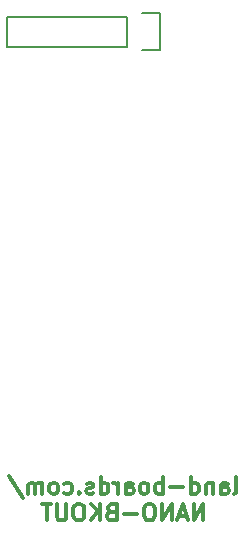
<source format=gbo>
G04 #@! TF.FileFunction,Legend,Bot*
%FSLAX46Y46*%
G04 Gerber Fmt 4.6, Leading zero omitted, Abs format (unit mm)*
G04 Created by KiCad (PCBNEW 4.0.1-stable) date 3/13/2016 11:44:40 AM*
%MOMM*%
G01*
G04 APERTURE LIST*
%ADD10C,0.150000*%
%ADD11C,0.304800*%
G04 APERTURE END LIST*
D10*
D11*
X36016595Y-45729676D02*
X36149642Y-45663152D01*
X36216166Y-45530105D01*
X36216166Y-44332676D01*
X34885690Y-45729676D02*
X34885690Y-44997914D01*
X34952213Y-44864867D01*
X35085261Y-44798343D01*
X35351356Y-44798343D01*
X35484404Y-44864867D01*
X34885690Y-45663152D02*
X35018737Y-45729676D01*
X35351356Y-45729676D01*
X35484404Y-45663152D01*
X35550928Y-45530105D01*
X35550928Y-45397057D01*
X35484404Y-45264010D01*
X35351356Y-45197486D01*
X35018737Y-45197486D01*
X34885690Y-45130962D01*
X34220452Y-44798343D02*
X34220452Y-45729676D01*
X34220452Y-44931390D02*
X34153928Y-44864867D01*
X34020881Y-44798343D01*
X33821309Y-44798343D01*
X33688261Y-44864867D01*
X33621738Y-44997914D01*
X33621738Y-45729676D01*
X32357786Y-45729676D02*
X32357786Y-44332676D01*
X32357786Y-45663152D02*
X32490833Y-45729676D01*
X32756929Y-45729676D01*
X32889976Y-45663152D01*
X32956500Y-45596629D01*
X33023024Y-45463581D01*
X33023024Y-45064438D01*
X32956500Y-44931390D01*
X32889976Y-44864867D01*
X32756929Y-44798343D01*
X32490833Y-44798343D01*
X32357786Y-44864867D01*
X31692548Y-45197486D02*
X30628167Y-45197486D01*
X29962929Y-45729676D02*
X29962929Y-44332676D01*
X29962929Y-44864867D02*
X29829881Y-44798343D01*
X29563786Y-44798343D01*
X29430738Y-44864867D01*
X29364215Y-44931390D01*
X29297691Y-45064438D01*
X29297691Y-45463581D01*
X29364215Y-45596629D01*
X29430738Y-45663152D01*
X29563786Y-45729676D01*
X29829881Y-45729676D01*
X29962929Y-45663152D01*
X28499406Y-45729676D02*
X28632453Y-45663152D01*
X28698977Y-45596629D01*
X28765501Y-45463581D01*
X28765501Y-45064438D01*
X28698977Y-44931390D01*
X28632453Y-44864867D01*
X28499406Y-44798343D01*
X28299834Y-44798343D01*
X28166786Y-44864867D01*
X28100263Y-44931390D01*
X28033739Y-45064438D01*
X28033739Y-45463581D01*
X28100263Y-45596629D01*
X28166786Y-45663152D01*
X28299834Y-45729676D01*
X28499406Y-45729676D01*
X26836311Y-45729676D02*
X26836311Y-44997914D01*
X26902834Y-44864867D01*
X27035882Y-44798343D01*
X27301977Y-44798343D01*
X27435025Y-44864867D01*
X26836311Y-45663152D02*
X26969358Y-45729676D01*
X27301977Y-45729676D01*
X27435025Y-45663152D01*
X27501549Y-45530105D01*
X27501549Y-45397057D01*
X27435025Y-45264010D01*
X27301977Y-45197486D01*
X26969358Y-45197486D01*
X26836311Y-45130962D01*
X26171073Y-45729676D02*
X26171073Y-44798343D01*
X26171073Y-45064438D02*
X26104549Y-44931390D01*
X26038025Y-44864867D01*
X25904978Y-44798343D01*
X25771930Y-44798343D01*
X24707549Y-45729676D02*
X24707549Y-44332676D01*
X24707549Y-45663152D02*
X24840596Y-45729676D01*
X25106692Y-45729676D01*
X25239739Y-45663152D01*
X25306263Y-45596629D01*
X25372787Y-45463581D01*
X25372787Y-45064438D01*
X25306263Y-44931390D01*
X25239739Y-44864867D01*
X25106692Y-44798343D01*
X24840596Y-44798343D01*
X24707549Y-44864867D01*
X24108835Y-45663152D02*
X23975787Y-45729676D01*
X23709692Y-45729676D01*
X23576644Y-45663152D01*
X23510120Y-45530105D01*
X23510120Y-45463581D01*
X23576644Y-45330533D01*
X23709692Y-45264010D01*
X23909263Y-45264010D01*
X24042311Y-45197486D01*
X24108835Y-45064438D01*
X24108835Y-44997914D01*
X24042311Y-44864867D01*
X23909263Y-44798343D01*
X23709692Y-44798343D01*
X23576644Y-44864867D01*
X22911406Y-45596629D02*
X22844882Y-45663152D01*
X22911406Y-45729676D01*
X22977930Y-45663152D01*
X22911406Y-45596629D01*
X22911406Y-45729676D01*
X21647454Y-45663152D02*
X21780501Y-45729676D01*
X22046597Y-45729676D01*
X22179644Y-45663152D01*
X22246168Y-45596629D01*
X22312692Y-45463581D01*
X22312692Y-45064438D01*
X22246168Y-44931390D01*
X22179644Y-44864867D01*
X22046597Y-44798343D01*
X21780501Y-44798343D01*
X21647454Y-44864867D01*
X20849168Y-45729676D02*
X20982215Y-45663152D01*
X21048739Y-45596629D01*
X21115263Y-45463581D01*
X21115263Y-45064438D01*
X21048739Y-44931390D01*
X20982215Y-44864867D01*
X20849168Y-44798343D01*
X20649596Y-44798343D01*
X20516548Y-44864867D01*
X20450025Y-44931390D01*
X20383501Y-45064438D01*
X20383501Y-45463581D01*
X20450025Y-45596629D01*
X20516548Y-45663152D01*
X20649596Y-45729676D01*
X20849168Y-45729676D01*
X19784787Y-45729676D02*
X19784787Y-44798343D01*
X19784787Y-44931390D02*
X19718263Y-44864867D01*
X19585216Y-44798343D01*
X19385644Y-44798343D01*
X19252596Y-44864867D01*
X19186073Y-44997914D01*
X19186073Y-45729676D01*
X19186073Y-44997914D02*
X19119549Y-44864867D01*
X18986501Y-44798343D01*
X18786930Y-44798343D01*
X18653882Y-44864867D01*
X18587358Y-44997914D01*
X18587358Y-45729676D01*
X16924263Y-44266152D02*
X18121691Y-46062295D01*
X33388905Y-47990276D02*
X33388905Y-46593276D01*
X32590619Y-47990276D01*
X32590619Y-46593276D01*
X31991905Y-47591133D02*
X31326667Y-47591133D01*
X32124952Y-47990276D02*
X31659286Y-46593276D01*
X31193619Y-47990276D01*
X30727952Y-47990276D02*
X30727952Y-46593276D01*
X29929666Y-47990276D01*
X29929666Y-46593276D01*
X28998333Y-46593276D02*
X28732237Y-46593276D01*
X28599190Y-46659800D01*
X28466142Y-46792848D01*
X28399618Y-47058943D01*
X28399618Y-47524610D01*
X28466142Y-47790705D01*
X28599190Y-47923752D01*
X28732237Y-47990276D01*
X28998333Y-47990276D01*
X29131380Y-47923752D01*
X29264428Y-47790705D01*
X29330952Y-47524610D01*
X29330952Y-47058943D01*
X29264428Y-46792848D01*
X29131380Y-46659800D01*
X28998333Y-46593276D01*
X27800904Y-47458086D02*
X26736523Y-47458086D01*
X25605618Y-47258514D02*
X25406047Y-47325038D01*
X25339523Y-47391562D01*
X25272999Y-47524610D01*
X25272999Y-47724181D01*
X25339523Y-47857229D01*
X25406047Y-47923752D01*
X25539094Y-47990276D01*
X26071285Y-47990276D01*
X26071285Y-46593276D01*
X25605618Y-46593276D01*
X25472571Y-46659800D01*
X25406047Y-46726324D01*
X25339523Y-46859371D01*
X25339523Y-46992419D01*
X25406047Y-47125467D01*
X25472571Y-47191990D01*
X25605618Y-47258514D01*
X26071285Y-47258514D01*
X24674285Y-47990276D02*
X24674285Y-46593276D01*
X23875999Y-47990276D02*
X24474714Y-47191990D01*
X23875999Y-46593276D02*
X24674285Y-47391562D01*
X23011190Y-46593276D02*
X22745094Y-46593276D01*
X22612047Y-46659800D01*
X22478999Y-46792848D01*
X22412475Y-47058943D01*
X22412475Y-47524610D01*
X22478999Y-47790705D01*
X22612047Y-47923752D01*
X22745094Y-47990276D01*
X23011190Y-47990276D01*
X23144237Y-47923752D01*
X23277285Y-47790705D01*
X23343809Y-47524610D01*
X23343809Y-47058943D01*
X23277285Y-46792848D01*
X23144237Y-46659800D01*
X23011190Y-46593276D01*
X21813761Y-46593276D02*
X21813761Y-47724181D01*
X21747237Y-47857229D01*
X21680713Y-47923752D01*
X21547666Y-47990276D01*
X21281570Y-47990276D01*
X21148523Y-47923752D01*
X21081999Y-47857229D01*
X21015475Y-47724181D01*
X21015475Y-46593276D01*
X20549808Y-46593276D02*
X19751523Y-46593276D01*
X20150666Y-47990276D02*
X20150666Y-46593276D01*
D10*
X28194000Y-8154000D02*
X29744000Y-8154000D01*
X29744000Y-8154000D02*
X29744000Y-5054000D01*
X29744000Y-5054000D02*
X28194000Y-5054000D01*
X26924000Y-5334000D02*
X16764000Y-5334000D01*
X16764000Y-5334000D02*
X16764000Y-7874000D01*
X16764000Y-7874000D02*
X26924000Y-7874000D01*
X26924000Y-5334000D02*
X26924000Y-7874000D01*
M02*

</source>
